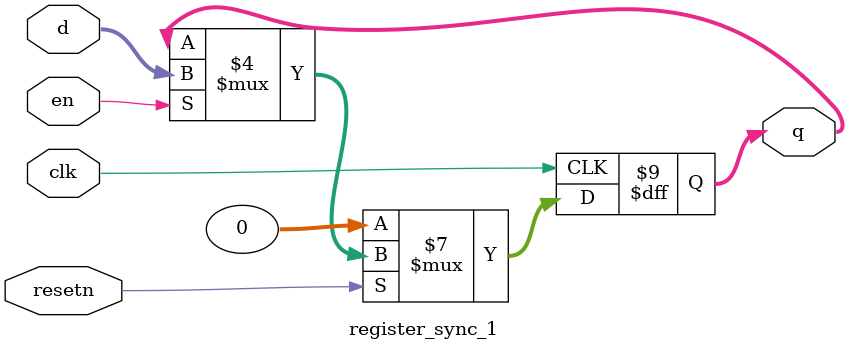
<source format=v>
module register_sync_1(d,clk,resetn,en,q);
input clk;
input resetn;
input en;
input [31:0] d;
output [31:0] q;
reg [31:0] q;
always @(posedge clk)		
begin
	if (resetn==0)
		q<=0;
	else if (en==1)
		q<=d;
end
endmodule
</source>
